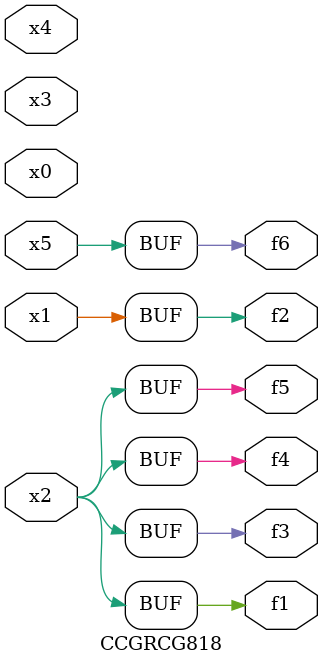
<source format=v>
module CCGRCG818(
	input x0, x1, x2, x3, x4, x5,
	output f1, f2, f3, f4, f5, f6
);
	assign f1 = x2;
	assign f2 = x1;
	assign f3 = x2;
	assign f4 = x2;
	assign f5 = x2;
	assign f6 = x5;
endmodule

</source>
